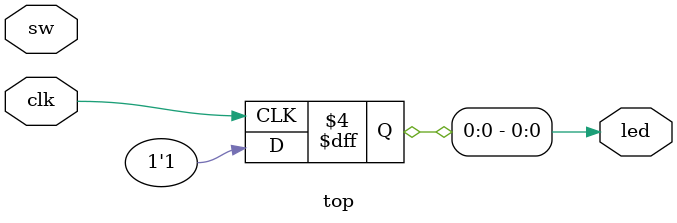
<source format=sv>

`default_nettype none
`timescale 1ns / 1ps

module top (
    input wire logic clk,
    input wire logic [3:0] sw,
    output     logic [3:0] led
    );
    
    always_ff @(posedge clk) begin
        if (sw[0]) begin
            led[0] <= 1;
        end else begin
            led[0] <= 1;
        end
    end
endmodule

</source>
